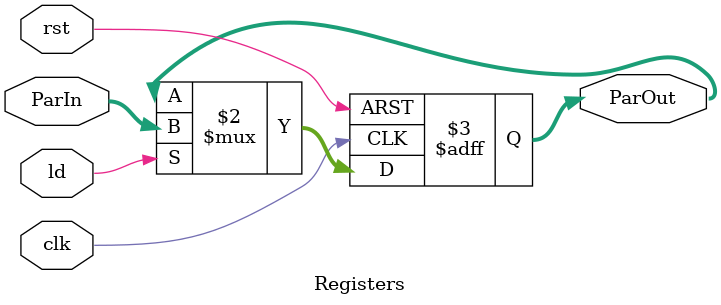
<source format=v>
module Registers(input clk,rst,ld,input [7:0] ParIn,output reg [7:0] ParOut);

    always @(posedge clk ,posedge rst) begin
        if(rst)
        ParOut <= 8'b0;
        else 
        ParOut <= (ld)?ParIn : ParOut;
    end
endmodule
</source>
